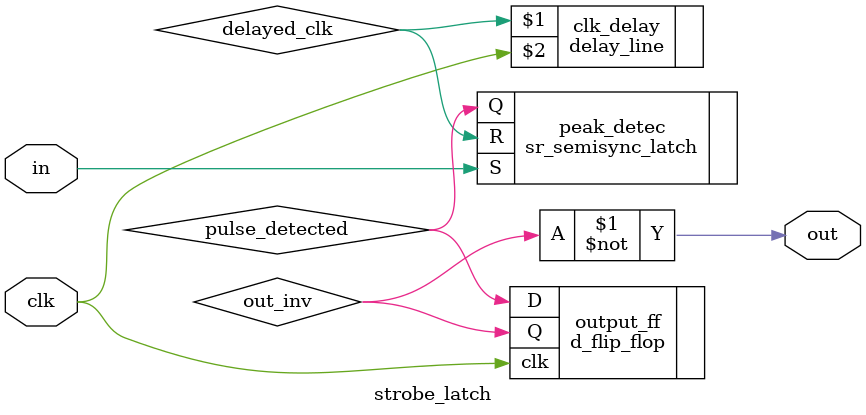
<source format=v>
/* Register the rising edge of a signal */
module strobe_latch (clk, in, out);

input clk;
input in;
output out;

// Register peak during a clock cycle, will only be shown in the next clock
wire peak_l_out;
wire delayed_clk;
wire pulse_detected;
wire out_inv;

// Delay for synchonization
delay_line #(2) clk_delay (delayed_clk, clk);

sr_semisync_latch peak_detec (
	.S(in),
	.R(delayed_clk),
	.Q(pulse_detected)
);

// By default the ff output is inverted
d_flip_flop output_ff (
	.D(pulse_detected),
	.Q(out_inv),
	.clk(clk)
);

assign out = ~out_inv;

endmodule

</source>
